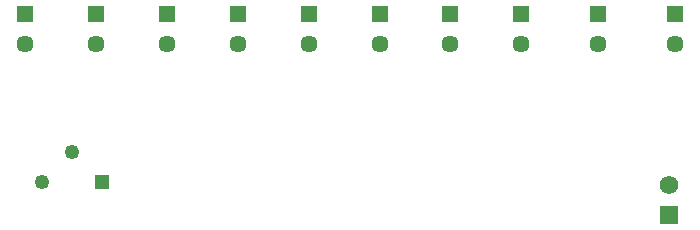
<source format=gbs>
G04*
G04 #@! TF.GenerationSoftware,Altium Limited,Altium Designer,24.1.2 (44)*
G04*
G04 Layer_Color=16711935*
%FSLAX44Y44*%
%MOMM*%
G71*
G04*
G04 #@! TF.SameCoordinates,D1532E8E-0FCC-4109-960E-C101D303889C*
G04*
G04*
G04 #@! TF.FilePolarity,Negative*
G04*
G01*
G75*
%ADD24C,1.2500*%
%ADD25R,1.2500X1.2500*%
%ADD26C,1.4500*%
%ADD27R,1.4500X1.4500*%
%ADD28C,1.5700*%
%ADD29R,1.5700X1.5700*%
D24*
X65000Y85550D02*
D03*
X39600Y60150D02*
D03*
D25*
X90400D02*
D03*
D26*
X575000Y177300D02*
D03*
X510000D02*
D03*
X445000D02*
D03*
X385000D02*
D03*
X325000D02*
D03*
X265000D02*
D03*
X205000D02*
D03*
X145000D02*
D03*
X85000D02*
D03*
X25000D02*
D03*
D27*
X575000Y202700D02*
D03*
X510000D02*
D03*
X445000D02*
D03*
X385000D02*
D03*
X325000D02*
D03*
X265000D02*
D03*
X205000D02*
D03*
X145000D02*
D03*
X85000D02*
D03*
X25000D02*
D03*
D28*
X570000Y57700D02*
D03*
D29*
Y32300D02*
D03*
M02*

</source>
